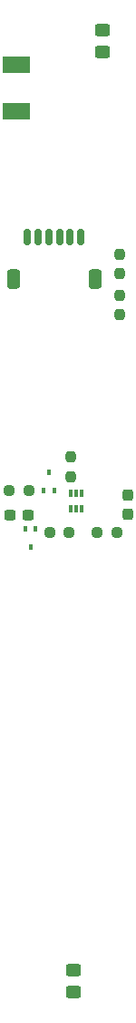
<source format=gbr>
%TF.GenerationSoftware,KiCad,Pcbnew,7.0.5*%
%TF.CreationDate,2023-06-05T00:46:42-04:00*%
%TF.ProjectId,SIDE,53494445-2e6b-4696-9361-645f70636258,rev?*%
%TF.SameCoordinates,Original*%
%TF.FileFunction,Paste,Bot*%
%TF.FilePolarity,Positive*%
%FSLAX46Y46*%
G04 Gerber Fmt 4.6, Leading zero omitted, Abs format (unit mm)*
G04 Created by KiCad (PCBNEW 7.0.5) date 2023-06-05 00:46:42*
%MOMM*%
%LPD*%
G01*
G04 APERTURE LIST*
G04 Aperture macros list*
%AMRoundRect*
0 Rectangle with rounded corners*
0 $1 Rounding radius*
0 $2 $3 $4 $5 $6 $7 $8 $9 X,Y pos of 4 corners*
0 Add a 4 corners polygon primitive as box body*
4,1,4,$2,$3,$4,$5,$6,$7,$8,$9,$2,$3,0*
0 Add four circle primitives for the rounded corners*
1,1,$1+$1,$2,$3*
1,1,$1+$1,$4,$5*
1,1,$1+$1,$6,$7*
1,1,$1+$1,$8,$9*
0 Add four rect primitives between the rounded corners*
20,1,$1+$1,$2,$3,$4,$5,0*
20,1,$1+$1,$4,$5,$6,$7,0*
20,1,$1+$1,$6,$7,$8,$9,0*
20,1,$1+$1,$8,$9,$2,$3,0*%
G04 Aperture macros list end*
%ADD10RoundRect,0.237500X-0.250000X-0.237500X0.250000X-0.237500X0.250000X0.237500X-0.250000X0.237500X0*%
%ADD11RoundRect,0.237500X0.250000X0.237500X-0.250000X0.237500X-0.250000X-0.237500X0.250000X-0.237500X0*%
%ADD12RoundRect,0.237500X0.237500X-0.250000X0.237500X0.250000X-0.237500X0.250000X-0.237500X-0.250000X0*%
%ADD13R,0.460000X0.475000*%
%ADD14RoundRect,0.237500X-0.300000X-0.237500X0.300000X-0.237500X0.300000X0.237500X-0.300000X0.237500X0*%
%ADD15R,2.500000X1.500000*%
%ADD16RoundRect,0.250000X0.450000X-0.325000X0.450000X0.325000X-0.450000X0.325000X-0.450000X-0.325000X0*%
%ADD17R,0.340000X0.700000*%
%ADD18RoundRect,0.150000X0.150000X0.625000X-0.150000X0.625000X-0.150000X-0.625000X0.150000X-0.625000X0*%
%ADD19RoundRect,0.250000X0.350000X0.650000X-0.350000X0.650000X-0.350000X-0.650000X0.350000X-0.650000X0*%
%ADD20RoundRect,0.237500X0.237500X-0.300000X0.237500X0.300000X-0.237500X0.300000X-0.237500X-0.300000X0*%
%ADD21RoundRect,0.250000X-0.450000X0.325000X-0.450000X-0.325000X0.450000X-0.325000X0.450000X0.325000X0*%
G04 APERTURE END LIST*
D10*
%TO.C,R5*%
X155767500Y-97688022D03*
X157592500Y-97688022D03*
%TD*%
D11*
%TO.C,R11*%
X149362500Y-93758022D03*
X147537500Y-93758022D03*
%TD*%
D12*
%TO.C,R2*%
X157830000Y-73630522D03*
X157830000Y-71805522D03*
%TD*%
D13*
%TO.C,Q2*%
X149010000Y-97345022D03*
X150010000Y-97345022D03*
X149510000Y-99021022D03*
%TD*%
D12*
%TO.C,R4*%
X153290000Y-92480522D03*
X153290000Y-90655522D03*
%TD*%
D14*
%TO.C,C2*%
X147587500Y-96048022D03*
X149312500Y-96048022D03*
%TD*%
D12*
%TO.C,R3*%
X157830000Y-77440522D03*
X157830000Y-75615522D03*
%TD*%
D15*
%TO.C,J2*%
X148220000Y-54200000D03*
%TD*%
D16*
%TO.C,D1*%
X156220000Y-53060522D03*
X156220000Y-51010522D03*
%TD*%
D17*
%TO.C,U2*%
X154280000Y-95468022D03*
X153780000Y-95468022D03*
X153280000Y-95468022D03*
X153280000Y-93968022D03*
X153780000Y-93968022D03*
X154280000Y-93968022D03*
%TD*%
D13*
%TO.C,Q1*%
X151730000Y-93738022D03*
X150730000Y-93738022D03*
X151230000Y-92062022D03*
%TD*%
D15*
%TO.C,J1*%
X148220000Y-58500000D03*
%TD*%
D18*
%TO.C,J4*%
X154220000Y-70218022D03*
X153220000Y-70218022D03*
X152220000Y-70218022D03*
X151220000Y-70218022D03*
X150220000Y-70218022D03*
X149220000Y-70218022D03*
D19*
X155520000Y-74093022D03*
X147920000Y-74093022D03*
%TD*%
D20*
%TO.C,C1*%
X158580000Y-95920522D03*
X158580000Y-94195522D03*
%TD*%
D21*
%TO.C,D2*%
X153500000Y-138313022D03*
X153500000Y-140363022D03*
%TD*%
D10*
%TO.C,R1*%
X151307500Y-97688022D03*
X153132500Y-97688022D03*
%TD*%
M02*

</source>
